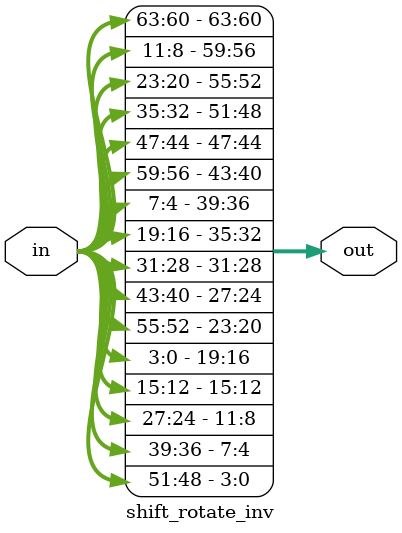
<source format=v>
module shift_rotate_inv(
        input [63:0] in,
        output [63:0] out
);
   
assign out = {in[63:60],in[11:8],in[23:20],in[35:32],in[47:44],in[59:56],in[7:4],in[19:16],in[31:28],in[43:40],in[55:52],in[3:0],in[15:12],in[27:24],in[39:36],in[51:48]};
    
endmodule
</source>
